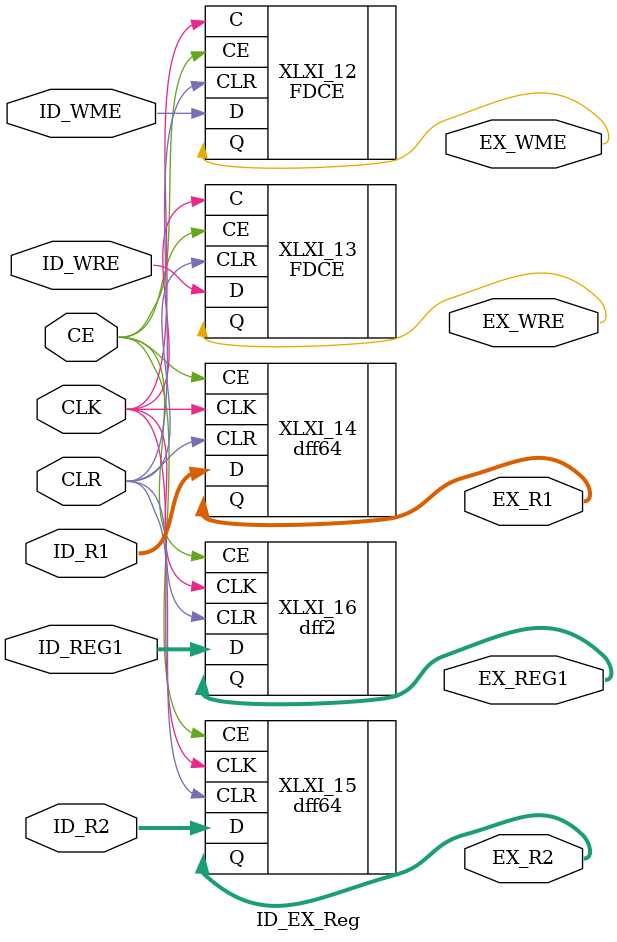
<source format=v>
`timescale 1ns / 1ps

module ID_EX_Reg(CE, 
                 CLK, 
                 CLR, 
                 ID_REG1, 
                 ID_R1, 
                 ID_R2, 
                 ID_WME, 
                 ID_WRE, 
                 EX_REG1, 
                 EX_R1, 
                 EX_R2, 
                 EX_WME, 
                 EX_WRE);

    input CE;
    input CLK;
    input CLR;
    input [1:0] ID_REG1;
    input [63:0] ID_R1;
    input [63:0] ID_R2;
    input ID_WME;
    input ID_WRE;
   output [1:0] EX_REG1;
   output [63:0] EX_R1;
   output [63:0] EX_R2;
   output EX_WME;
   output EX_WRE;
   
   
   FDCE XLXI_12 (.C(CLK), 
                 .CE(CE), 
                 .CLR(CLR), 
                 .D(ID_WME), 
                 .Q(EX_WME));
   defparam XLXI_12.INIT = 1'b0;
   FDCE XLXI_13 (.C(CLK), 
                 .CE(CE), 
                 .CLR(CLR), 
                 .D(ID_WRE), 
                 .Q(EX_WRE));
   defparam XLXI_13.INIT = 1'b0;
   dff64 XLXI_14 (.CE(CE), 
                  .CLK(CLK), 
                  .CLR(CLR), 
                  .D(ID_R1[63:0]), 
                  .Q(EX_R1[63:0]));
   dff64 XLXI_15 (.CE(CE), 
                  .CLK(CLK), 
                  .CLR(CLR), 
                  .D(ID_R2[63:0]), 
                  .Q(EX_R2[63:0]));
   dff2 XLXI_16 (.CE(CE), 
                 .CLK(CLK), 
                 .CLR(CLR), 
                 .D(ID_REG1[1:0]), 
                 .Q(EX_REG1[1:0]));
endmodule

</source>
